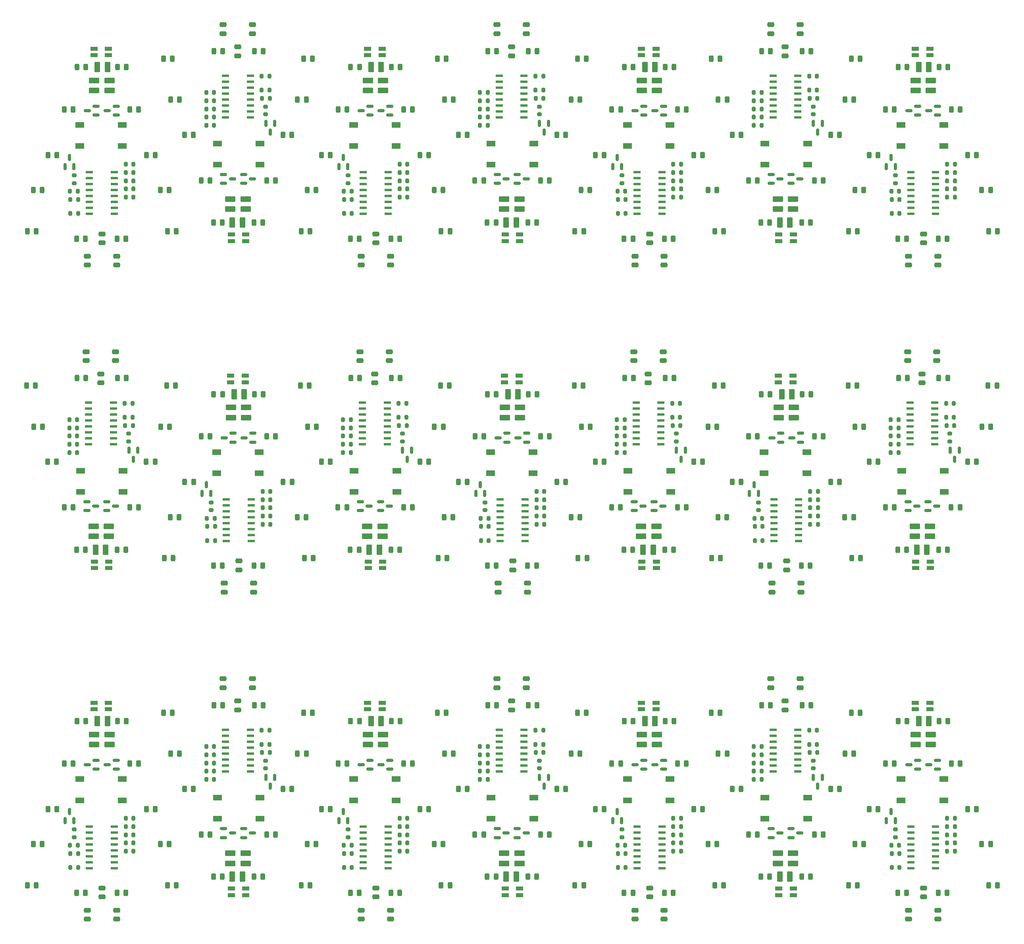
<source format=gtp>
G04 #@! TF.GenerationSoftware,KiCad,Pcbnew,(6.0.2)*
G04 #@! TF.CreationDate,2022-10-30T19:52:43+01:00*
G04 #@! TF.ProjectId,panel,70616e65-6c2e-46b6-9963-61645f706362,rev?*
G04 #@! TF.SameCoordinates,Original*
G04 #@! TF.FileFunction,Paste,Top*
G04 #@! TF.FilePolarity,Positive*
%FSLAX46Y46*%
G04 Gerber Fmt 4.6, Leading zero omitted, Abs format (unit mm)*
G04 Created by KiCad (PCBNEW (6.0.2)) date 2022-10-30 19:52:43*
%MOMM*%
%LPD*%
G01*
G04 APERTURE LIST*
G04 Aperture macros list*
%AMRoundRect*
0 Rectangle with rounded corners*
0 $1 Rounding radius*
0 $2 $3 $4 $5 $6 $7 $8 $9 X,Y pos of 4 corners*
0 Add a 4 corners polygon primitive as box body*
4,1,4,$2,$3,$4,$5,$6,$7,$8,$9,$2,$3,0*
0 Add four circle primitives for the rounded corners*
1,1,$1+$1,$2,$3*
1,1,$1+$1,$4,$5*
1,1,$1+$1,$6,$7*
1,1,$1+$1,$8,$9*
0 Add four rect primitives between the rounded corners*
20,1,$1+$1,$2,$3,$4,$5,0*
20,1,$1+$1,$4,$5,$6,$7,0*
20,1,$1+$1,$6,$7,$8,$9,0*
20,1,$1+$1,$8,$9,$2,$3,0*%
G04 Aperture macros list end*
%ADD10RoundRect,0.243750X-0.243750X-0.456250X0.243750X-0.456250X0.243750X0.456250X-0.243750X0.456250X0*%
%ADD11R,1.500000X0.900000*%
%ADD12RoundRect,0.200000X0.200000X0.275000X-0.200000X0.275000X-0.200000X-0.275000X0.200000X-0.275000X0*%
%ADD13RoundRect,0.243750X0.243750X0.456250X-0.243750X0.456250X-0.243750X-0.456250X0.243750X-0.456250X0*%
%ADD14RoundRect,0.200000X-0.200000X-0.275000X0.200000X-0.275000X0.200000X0.275000X-0.200000X0.275000X0*%
%ADD15R,1.900000X1.300000*%
%ADD16RoundRect,0.250000X-0.475000X0.250000X-0.475000X-0.250000X0.475000X-0.250000X0.475000X0.250000X0*%
%ADD17RoundRect,0.150000X0.587500X0.150000X-0.587500X0.150000X-0.587500X-0.150000X0.587500X-0.150000X0*%
%ADD18RoundRect,0.250000X0.475000X-0.250000X0.475000X0.250000X-0.475000X0.250000X-0.475000X-0.250000X0*%
%ADD19RoundRect,0.150000X-0.587500X-0.150000X0.587500X-0.150000X0.587500X0.150000X-0.587500X0.150000X0*%
%ADD20RoundRect,0.250000X-0.850000X0.375000X-0.850000X-0.375000X0.850000X-0.375000X0.850000X0.375000X0*%
%ADD21RoundRect,0.250000X0.375000X0.850000X-0.375000X0.850000X-0.375000X-0.850000X0.375000X-0.850000X0*%
%ADD22RoundRect,0.200000X0.275000X-0.200000X0.275000X0.200000X-0.275000X0.200000X-0.275000X-0.200000X0*%
%ADD23RoundRect,0.150000X-0.150000X0.587500X-0.150000X-0.587500X0.150000X-0.587500X0.150000X0.587500X0*%
%ADD24RoundRect,0.200000X-0.275000X0.200000X-0.275000X-0.200000X0.275000X-0.200000X0.275000X0.200000X0*%
%ADD25RoundRect,0.250000X0.850000X-0.375000X0.850000X0.375000X-0.850000X0.375000X-0.850000X-0.375000X0*%
%ADD26RoundRect,0.150000X0.150000X-0.587500X0.150000X0.587500X-0.150000X0.587500X-0.150000X-0.587500X0*%
%ADD27RoundRect,0.137500X0.662500X0.137500X-0.662500X0.137500X-0.662500X-0.137500X0.662500X-0.137500X0*%
%ADD28RoundRect,0.137500X-0.662500X-0.137500X0.662500X-0.137500X0.662500X0.137500X-0.662500X0.137500X0*%
%ADD29RoundRect,0.250000X-0.375000X-0.850000X0.375000X-0.850000X0.375000X0.850000X-0.375000X0.850000X0*%
G04 APERTURE END LIST*
D10*
X26156800Y-101807400D03*
X28031800Y-101807400D03*
D11*
X69696400Y-101082200D03*
X69696400Y-99682200D03*
X72796400Y-101082200D03*
X72796400Y-99682200D03*
D12*
X136549600Y-129632200D03*
X134899600Y-129632200D03*
D13*
X56544800Y-199695400D03*
X54669800Y-199695400D03*
D14*
X210679400Y-204695400D03*
X212329400Y-204695400D03*
D12*
X107210000Y-110307400D03*
X105560000Y-110307400D03*
D11*
X131311600Y-209170600D03*
X131311600Y-210570600D03*
X128211600Y-209170600D03*
X128211600Y-210570600D03*
D10*
X124386600Y-206620600D03*
X126261600Y-206620600D03*
X147463200Y-118057400D03*
X149338200Y-118057400D03*
D14*
X152063200Y-116057400D03*
X153713200Y-116057400D03*
D15*
X154287200Y-190306400D03*
X163387200Y-190306400D03*
X154287200Y-185806400D03*
X163387200Y-185806400D03*
D16*
X214304400Y-213795400D03*
X214304400Y-215695400D03*
D17*
X103635500Y-183695400D03*
X103635500Y-181795400D03*
X101760500Y-182745400D03*
D14*
X35469800Y-201695400D03*
X37119800Y-201695400D03*
D18*
X41956800Y-101207400D03*
X41956800Y-99307400D03*
D10*
X202816900Y-199695400D03*
X204691900Y-199695400D03*
D14*
X64596400Y-130132200D03*
X66246400Y-130132200D03*
X210679400Y-65069000D03*
X212329400Y-65069000D03*
D12*
X194952800Y-131382200D03*
X193302800Y-131382200D03*
D10*
X212004400Y-70430000D03*
X213879400Y-70430000D03*
D18*
X68058400Y-26644200D03*
X68058400Y-24744200D03*
D14*
X152276200Y-65069000D03*
X153926200Y-65069000D03*
D13*
X76621400Y-103632200D03*
X74746400Y-103632200D03*
D12*
X165751200Y-197695400D03*
X164101200Y-197695400D03*
D13*
X56544800Y-60069000D03*
X54669800Y-60069000D03*
D19*
X130824100Y-196370600D03*
X130824100Y-198270600D03*
X132699100Y-197320600D03*
D10*
X95260500Y-33819000D03*
X97135500Y-33819000D03*
D13*
X196039800Y-197620600D03*
X194164800Y-197620600D03*
D14*
X93873000Y-65069000D03*
X95523000Y-65069000D03*
X181264800Y-42744200D03*
X182914800Y-42744200D03*
D13*
X134949100Y-206620600D03*
X133074100Y-206620600D03*
D12*
X107135000Y-105557400D03*
X105485000Y-105557400D03*
D18*
X71158400Y-31394200D03*
X71158400Y-29494200D03*
D14*
X152201200Y-60319000D03*
X153851200Y-60319000D03*
D20*
X215616400Y-131807400D03*
X215616400Y-133957400D03*
D16*
X100648000Y-209045400D03*
X100648000Y-210945400D03*
D21*
X188989800Y-206620600D03*
X186839800Y-206620600D03*
D22*
X77108400Y-43894200D03*
X77108400Y-42244200D03*
D13*
X222504400Y-210056400D03*
X220629400Y-210056400D03*
D16*
X220554400Y-74169000D03*
X220554400Y-76069000D03*
D12*
X136336600Y-35744200D03*
X134686600Y-35744200D03*
D23*
X137461600Y-45806700D03*
X135561600Y-45806700D03*
X136511600Y-47681700D03*
D12*
X107348000Y-195945400D03*
X105698000Y-195945400D03*
D10*
X172164800Y-31994200D03*
X174039800Y-31994200D03*
D14*
X64458400Y-44494200D03*
X66108400Y-44494200D03*
D13*
X174713200Y-101807400D03*
X172838200Y-101807400D03*
D10*
X30656800Y-118057400D03*
X32531800Y-118057400D03*
X201504400Y-208445400D03*
X203379400Y-208445400D03*
D17*
X162038700Y-44069000D03*
X162038700Y-42169000D03*
X160163700Y-43119000D03*
D21*
X188989800Y-66994200D03*
X186839800Y-66994200D03*
D13*
X141149600Y-122382200D03*
X139274600Y-122382200D03*
D24*
X211504400Y-196545400D03*
X211504400Y-198195400D03*
D13*
X193352300Y-206620600D03*
X191477300Y-206620600D03*
D10*
X150976200Y-182445400D03*
X152851200Y-182445400D03*
D12*
X165751200Y-201195400D03*
X164101200Y-201195400D03*
X48944800Y-54569000D03*
X47294800Y-54569000D03*
D10*
X65983400Y-206620600D03*
X67858400Y-206620600D03*
X36857300Y-173445400D03*
X38732300Y-173445400D03*
D13*
X134949100Y-66994200D03*
X133074100Y-66994200D03*
D25*
X160601200Y-38819000D03*
X160601200Y-36669000D03*
D16*
X45344800Y-213795400D03*
X45344800Y-215695400D03*
D18*
X158763200Y-101207400D03*
X158763200Y-99307400D03*
D20*
X72858400Y-201620600D03*
X72858400Y-203770600D03*
D15*
X125225600Y-50133200D03*
X134325600Y-50133200D03*
X134325600Y-54633200D03*
X125225600Y-54633200D03*
D13*
X233254400Y-208445400D03*
X231379400Y-208445400D03*
D14*
X210679400Y-62069000D03*
X212329400Y-62069000D03*
D19*
X214178900Y-126557400D03*
X214178900Y-128457400D03*
X216053900Y-127507400D03*
D26*
X209554400Y-55006500D03*
X211454400Y-55006500D03*
X210504400Y-53131500D03*
D15*
X66822400Y-50133200D03*
X75922400Y-50133200D03*
X66822400Y-54633200D03*
X75922400Y-54633200D03*
D21*
X42981800Y-136807400D03*
X40831800Y-136807400D03*
D12*
X165751200Y-56319000D03*
X164101200Y-56319000D03*
D10*
X212116400Y-100196400D03*
X213991400Y-100196400D03*
X172164800Y-171620600D03*
X174039800Y-171620600D03*
D14*
X210466400Y-110807400D03*
X212116400Y-110807400D03*
D17*
X99385500Y-183695400D03*
X99385500Y-181795400D03*
X97510500Y-182745400D03*
D10*
X89073000Y-192195400D03*
X90948000Y-192195400D03*
D25*
X72996400Y-108632200D03*
X72996400Y-106482200D03*
D14*
X181264800Y-46244200D03*
X182914800Y-46244200D03*
D16*
X45344800Y-74169000D03*
X45344800Y-76069000D03*
D18*
X129561600Y-171020600D03*
X129561600Y-169120600D03*
D20*
X189664800Y-61994200D03*
X189664800Y-64144200D03*
D13*
X166851200Y-182445400D03*
X164976200Y-182445400D03*
D10*
X153663700Y-173445400D03*
X155538700Y-173445400D03*
D13*
X108448000Y-42819000D03*
X106573000Y-42819000D03*
D24*
X182302800Y-126732200D03*
X182302800Y-128382200D03*
D18*
X161913200Y-96457400D03*
X161913200Y-94557400D03*
D19*
X126574100Y-196370600D03*
X126574100Y-198270600D03*
X128449100Y-197320600D03*
D10*
X144413700Y-199695400D03*
X146288700Y-199695400D03*
D27*
X132261600Y-44539200D03*
X132261600Y-43269200D03*
X132261600Y-41999200D03*
X132261600Y-40729200D03*
X132261600Y-39459200D03*
X132261600Y-38189200D03*
X132261600Y-36919200D03*
X132261600Y-35649200D03*
X126961600Y-35649200D03*
X126961600Y-36919200D03*
X126961600Y-38189200D03*
X126961600Y-39459200D03*
X126961600Y-40729200D03*
X126961600Y-41999200D03*
X126961600Y-43269200D03*
X126961600Y-44539200D03*
D10*
X95310000Y-100196400D03*
X97185000Y-100196400D03*
D12*
X136549600Y-126132200D03*
X134899600Y-126132200D03*
D10*
X153663700Y-33819000D03*
X155538700Y-33819000D03*
X27607300Y-60069000D03*
X29482300Y-60069000D03*
D14*
X93798000Y-199945400D03*
X95448000Y-199945400D03*
D13*
X105698000Y-210056400D03*
X103823000Y-210056400D03*
D10*
X115261600Y-180370600D03*
X117136600Y-180370600D03*
D25*
X98948000Y-178445400D03*
X98948000Y-176295400D03*
D12*
X77933400Y-178370600D03*
X76283400Y-178370600D03*
D11*
X98898000Y-170895400D03*
X98898000Y-169495400D03*
X101998000Y-170895400D03*
X101998000Y-169495400D03*
D12*
X165538200Y-108557400D03*
X163888200Y-108557400D03*
D11*
X72908400Y-69544200D03*
X72908400Y-70944200D03*
X69808400Y-69544200D03*
X69808400Y-70944200D03*
D16*
X74546400Y-143982200D03*
X74546400Y-145882200D03*
D14*
X64671400Y-131882200D03*
X66321400Y-131882200D03*
D18*
X217166400Y-101207400D03*
X217166400Y-99307400D03*
D10*
X173664800Y-180370600D03*
X175539800Y-180370600D03*
D17*
X220441900Y-44069000D03*
X220441900Y-42169000D03*
X218566900Y-43119000D03*
D13*
X114997500Y-110557400D03*
X113122500Y-110557400D03*
D10*
X176664800Y-48244200D03*
X178539800Y-48244200D03*
X89060000Y-118057400D03*
X90935000Y-118057400D03*
D15*
X163387200Y-50680000D03*
X154287200Y-50680000D03*
X163387200Y-46180000D03*
X154287200Y-46180000D03*
D25*
X43794800Y-38819000D03*
X43794800Y-36669000D03*
D14*
X93660000Y-114307400D03*
X95310000Y-114307400D03*
D13*
X193414800Y-30383200D03*
X191539800Y-30383200D03*
X76545900Y-206620600D03*
X74670900Y-206620600D03*
D20*
X128011600Y-201620600D03*
X128011600Y-203770600D03*
D13*
X47419800Y-33819000D03*
X45544800Y-33819000D03*
D20*
X69608400Y-201620600D03*
X69608400Y-203770600D03*
D12*
X48944800Y-195945400D03*
X47294800Y-195945400D03*
D14*
X122861600Y-40994200D03*
X124511600Y-40994200D03*
D13*
X164226200Y-173445400D03*
X162351200Y-173445400D03*
X47294800Y-210056400D03*
X45419800Y-210056400D03*
D12*
X107348000Y-56319000D03*
X105698000Y-56319000D03*
X224154400Y-59819000D03*
X222504400Y-59819000D03*
D25*
X219004400Y-38819000D03*
X219004400Y-36669000D03*
D17*
X40982300Y-44069000D03*
X40982300Y-42169000D03*
X39107300Y-43119000D03*
D26*
X151151200Y-55006500D03*
X153051200Y-55006500D03*
X152101200Y-53131500D03*
D13*
X105823000Y-173445400D03*
X103948000Y-173445400D03*
D10*
X202866400Y-110557400D03*
X204741400Y-110557400D03*
D13*
X85795900Y-180370600D03*
X83920900Y-180370600D03*
D10*
X63358400Y-57994200D03*
X65233400Y-57994200D03*
D12*
X194739800Y-178370600D03*
X193089800Y-178370600D03*
X165751200Y-58069000D03*
X164101200Y-58069000D03*
D10*
X182789800Y-206620600D03*
X184664800Y-206620600D03*
X36794800Y-210056400D03*
X38669800Y-210056400D03*
D12*
X224154400Y-195945400D03*
X222504400Y-195945400D03*
D11*
X160513200Y-139357400D03*
X160513200Y-140757400D03*
X157413200Y-139357400D03*
X157413200Y-140757400D03*
D10*
X176677800Y-122382200D03*
X178552800Y-122382200D03*
X209379400Y-42819000D03*
X211254400Y-42819000D03*
X212066900Y-173445400D03*
X213941900Y-173445400D03*
D13*
X85795900Y-40744200D03*
X83920900Y-40744200D03*
D12*
X224016400Y-110307400D03*
X222366400Y-110307400D03*
D20*
X186414800Y-61994200D03*
X186414800Y-64144200D03*
D16*
X97498000Y-74169000D03*
X97498000Y-76069000D03*
D12*
X136549600Y-127882200D03*
X134899600Y-127882200D03*
D13*
X87108400Y-31994200D03*
X85233400Y-31994200D03*
D21*
X101385000Y-136807400D03*
X99235000Y-136807400D03*
D16*
X97498000Y-213795400D03*
X97498000Y-215695400D03*
D21*
X130586600Y-66994200D03*
X128436600Y-66994200D03*
D10*
X153588200Y-136807400D03*
X155463200Y-136807400D03*
D13*
X203914800Y-171620600D03*
X202039800Y-171620600D03*
D10*
X66108400Y-30383200D03*
X67983400Y-30383200D03*
X201366400Y-101807400D03*
X203241400Y-101807400D03*
D16*
X185102800Y-143982200D03*
X185102800Y-145882200D03*
D28*
X39544800Y-195900400D03*
X39544800Y-197170400D03*
X39544800Y-198440400D03*
X39544800Y-199710400D03*
X39544800Y-200980400D03*
X39544800Y-202250400D03*
X39544800Y-203520400D03*
X39544800Y-204790400D03*
X44844800Y-204790400D03*
X44844800Y-203520400D03*
X44844800Y-202250400D03*
X44844800Y-200980400D03*
X44844800Y-199710400D03*
X44844800Y-198440400D03*
X44844800Y-197170400D03*
X44844800Y-195900400D03*
D18*
X38856800Y-96457400D03*
X38856800Y-94557400D03*
D20*
X131261600Y-201620600D03*
X131261600Y-203770600D03*
D13*
X170338200Y-118057400D03*
X168463200Y-118057400D03*
D29*
X41219800Y-33819000D03*
X43369800Y-33819000D03*
D27*
X73858400Y-184165600D03*
X73858400Y-182895600D03*
X73858400Y-181625600D03*
X73858400Y-180355600D03*
X73858400Y-179085600D03*
X73858400Y-177815600D03*
X73858400Y-176545600D03*
X73858400Y-175275600D03*
X68558400Y-175275600D03*
X68558400Y-176545600D03*
X68558400Y-177815600D03*
X68558400Y-179085600D03*
X68558400Y-180355600D03*
X68558400Y-181625600D03*
X68558400Y-182895600D03*
X68558400Y-184165600D03*
D17*
X186990300Y-113882200D03*
X186990300Y-111982200D03*
X185115300Y-112932200D03*
D12*
X78146400Y-127882200D03*
X76496400Y-127882200D03*
D22*
X164713200Y-113707400D03*
X164713200Y-112057400D03*
X135511600Y-43894200D03*
X135511600Y-42244200D03*
D13*
X225241400Y-127807400D03*
X223366400Y-127807400D03*
D12*
X165751200Y-54569000D03*
X164101200Y-54569000D03*
D10*
X144463200Y-110557400D03*
X146338200Y-110557400D03*
D17*
X45232300Y-44069000D03*
X45232300Y-42169000D03*
X43357300Y-43119000D03*
D12*
X107348000Y-54569000D03*
X105698000Y-54569000D03*
D17*
X216191900Y-183695400D03*
X216191900Y-181795400D03*
X214316900Y-182745400D03*
D10*
X150976200Y-42819000D03*
X152851200Y-42819000D03*
D23*
X108260000Y-115619900D03*
X106360000Y-115619900D03*
X107310000Y-117494900D03*
D18*
X132711600Y-26644200D03*
X132711600Y-24744200D03*
D25*
X186552800Y-108632200D03*
X186552800Y-106482200D03*
X102198000Y-38819000D03*
X102198000Y-36669000D03*
D10*
X121761600Y-197620600D03*
X123636600Y-197620600D03*
D22*
X77108400Y-183520600D03*
X77108400Y-181870600D03*
D13*
X135011600Y-170009600D03*
X133136600Y-170009600D03*
D18*
X191114800Y-26644200D03*
X191114800Y-24744200D03*
D10*
X84560000Y-101807400D03*
X86435000Y-101807400D03*
D25*
X215754400Y-38819000D03*
X215754400Y-36669000D03*
D10*
X143101200Y-68819000D03*
X144976200Y-68819000D03*
D14*
X35256800Y-110807400D03*
X36906800Y-110807400D03*
X122861600Y-46244200D03*
X124511600Y-46244200D03*
D17*
X99385500Y-44069000D03*
X99385500Y-42169000D03*
X97510500Y-43119000D03*
D27*
X190664800Y-184165600D03*
X190664800Y-182895600D03*
X190664800Y-181625600D03*
X190664800Y-180355600D03*
X190664800Y-179085600D03*
X190664800Y-177815600D03*
X190664800Y-176545600D03*
X190664800Y-175275600D03*
X185364800Y-175275600D03*
X185364800Y-176545600D03*
X185364800Y-177815600D03*
X185364800Y-179085600D03*
X185364800Y-180355600D03*
X185364800Y-181625600D03*
X185364800Y-182895600D03*
X185364800Y-184165600D03*
D13*
X144199100Y-180370600D03*
X142324100Y-180370600D03*
D12*
X194739800Y-38744200D03*
X193089800Y-38744200D03*
D21*
X72183400Y-206620600D03*
X70033400Y-206620600D03*
D11*
X157301200Y-170895400D03*
X157301200Y-169495400D03*
X160401200Y-170895400D03*
X160401200Y-169495400D03*
D12*
X48944800Y-201195400D03*
X47294800Y-201195400D03*
D13*
X164101200Y-210056400D03*
X162226200Y-210056400D03*
D14*
X93798000Y-60319000D03*
X95448000Y-60319000D03*
D10*
X172302800Y-138632200D03*
X174177800Y-138632200D03*
X113899600Y-138632200D03*
X115774600Y-138632200D03*
X205866400Y-118057400D03*
X207741400Y-118057400D03*
D13*
X233116400Y-101807400D03*
X231241400Y-101807400D03*
D12*
X78146400Y-126132200D03*
X76496400Y-126132200D03*
D10*
X173615300Y-129882200D03*
X175490300Y-129882200D03*
X36781800Y-136807400D03*
X38656800Y-136807400D03*
X55358400Y-31994200D03*
X57233400Y-31994200D03*
D16*
X220554400Y-213795400D03*
X220554400Y-215695400D03*
D25*
X98948000Y-38819000D03*
X98948000Y-36669000D03*
D29*
X99623000Y-33819000D03*
X101773000Y-33819000D03*
D13*
X114948000Y-60069000D03*
X113073000Y-60069000D03*
D14*
X93873000Y-62069000D03*
X95523000Y-62069000D03*
X93873000Y-204695400D03*
X95523000Y-204695400D03*
D13*
X135011600Y-30383200D03*
X133136600Y-30383200D03*
X145511600Y-31994200D03*
X143636600Y-31994200D03*
D20*
X43656800Y-131807400D03*
X43656800Y-133957400D03*
D17*
X132837100Y-113882200D03*
X132837100Y-111982200D03*
X130962100Y-112932200D03*
D12*
X48944800Y-56319000D03*
X47294800Y-56319000D03*
D19*
X184977300Y-196370600D03*
X184977300Y-198270600D03*
X186852300Y-197320600D03*
D15*
X192728800Y-189759600D03*
X183628800Y-189759600D03*
X192728800Y-194259600D03*
X183628800Y-194259600D03*
D12*
X194739800Y-175370600D03*
X193089800Y-175370600D03*
D22*
X106310000Y-113707400D03*
X106310000Y-112057400D03*
D15*
X183488800Y-120493200D03*
X192588800Y-120493200D03*
X192588800Y-115993200D03*
X183488800Y-115993200D03*
D27*
X190664800Y-44539200D03*
X190664800Y-43269200D03*
X190664800Y-41999200D03*
X190664800Y-40729200D03*
X190664800Y-39459200D03*
X190664800Y-38189200D03*
X190664800Y-36919200D03*
X190664800Y-35649200D03*
X185364800Y-35649200D03*
X185364800Y-36919200D03*
X185364800Y-38189200D03*
X185364800Y-39459200D03*
X185364800Y-40729200D03*
X185364800Y-41999200D03*
X185364800Y-43269200D03*
X185364800Y-44539200D03*
D12*
X78146400Y-129632200D03*
X76496400Y-129632200D03*
D17*
X220441900Y-183695400D03*
X220441900Y-181795400D03*
X218566900Y-182745400D03*
D26*
X151151200Y-194632900D03*
X153051200Y-194632900D03*
X152101200Y-192757900D03*
D10*
X86060000Y-110557400D03*
X87935000Y-110557400D03*
X180164800Y-57994200D03*
X182039800Y-57994200D03*
X34156800Y-127807400D03*
X36031800Y-127807400D03*
D12*
X224154400Y-54569000D03*
X222504400Y-54569000D03*
D10*
X182802800Y-140243200D03*
X184677800Y-140243200D03*
D20*
X157213200Y-131807400D03*
X157213200Y-133957400D03*
D13*
X145649600Y-138632200D03*
X143774600Y-138632200D03*
X116448000Y-68819000D03*
X114573000Y-68819000D03*
D26*
X63546400Y-124819700D03*
X65446400Y-124819700D03*
X64496400Y-122944700D03*
D10*
X143101200Y-208445400D03*
X144976200Y-208445400D03*
D12*
X136549600Y-124382200D03*
X134899600Y-124382200D03*
D10*
X147476200Y-192195400D03*
X149351200Y-192195400D03*
D26*
X92748000Y-55006500D03*
X94648000Y-55006500D03*
X93698000Y-53131500D03*
D10*
X30669800Y-52569000D03*
X32544800Y-52569000D03*
D20*
X189664800Y-201620600D03*
X189664800Y-203770600D03*
D16*
X155901200Y-213795400D03*
X155901200Y-215695400D03*
D10*
X65996400Y-140243200D03*
X67871400Y-140243200D03*
D24*
X123899600Y-126732200D03*
X123899600Y-128382200D03*
D16*
X217454400Y-209045400D03*
X217454400Y-210945400D03*
D28*
X156351200Y-195900400D03*
X156351200Y-197170400D03*
X156351200Y-198440400D03*
X156351200Y-199710400D03*
X156351200Y-200980400D03*
X156351200Y-202250400D03*
X156351200Y-203520400D03*
X156351200Y-204790400D03*
X161651200Y-204790400D03*
X161651200Y-203520400D03*
X161651200Y-202250400D03*
X161651200Y-200980400D03*
X161651200Y-199710400D03*
X161651200Y-198440400D03*
X161651200Y-197170400D03*
X161651200Y-195900400D03*
D14*
X152276200Y-201695400D03*
X153926200Y-201695400D03*
D18*
X74308400Y-166270600D03*
X74308400Y-164370600D03*
D13*
X203914800Y-31994200D03*
X202039800Y-31994200D03*
D20*
X102060000Y-131807400D03*
X102060000Y-133957400D03*
D14*
X93660000Y-116057400D03*
X95310000Y-116057400D03*
D18*
X45106800Y-96457400D03*
X45106800Y-94557400D03*
D13*
X79233400Y-57994200D03*
X77358400Y-57994200D03*
D10*
X59871400Y-122382200D03*
X61746400Y-122382200D03*
X27656800Y-110557400D03*
X29531800Y-110557400D03*
D17*
X74433900Y-113882200D03*
X74433900Y-111982200D03*
X72558900Y-112932200D03*
D10*
X56858400Y-40744200D03*
X58733400Y-40744200D03*
D12*
X194952800Y-124382200D03*
X193302800Y-124382200D03*
D19*
X189227300Y-56744200D03*
X189227300Y-58644200D03*
X191102300Y-57694200D03*
D14*
X64458400Y-182370600D03*
X66108400Y-182370600D03*
D10*
X209379400Y-182445400D03*
X211254400Y-182445400D03*
D18*
X132711600Y-166270600D03*
X132711600Y-164370600D03*
D14*
X35256800Y-112557400D03*
X36906800Y-112557400D03*
X181264800Y-39244200D03*
X182914800Y-39244200D03*
D11*
X102110000Y-139357400D03*
X102110000Y-140757400D03*
X99010000Y-139357400D03*
X99010000Y-140757400D03*
D12*
X194739800Y-35744200D03*
X193089800Y-35744200D03*
D13*
X50044800Y-182445400D03*
X48169800Y-182445400D03*
D18*
X97260000Y-96457400D03*
X97260000Y-94557400D03*
D12*
X107348000Y-201195400D03*
X105698000Y-201195400D03*
D29*
X187227800Y-103632200D03*
X189377800Y-103632200D03*
D12*
X224154400Y-197695400D03*
X222504400Y-197695400D03*
D13*
X111935000Y-118057400D03*
X110060000Y-118057400D03*
D22*
X223116400Y-113707400D03*
X223116400Y-112057400D03*
X135511600Y-183520600D03*
X135511600Y-181870600D03*
D16*
X100648000Y-69419000D03*
X100648000Y-71319000D03*
D19*
X126574100Y-56744200D03*
X126574100Y-58644200D03*
X128449100Y-57694200D03*
D12*
X107348000Y-194195400D03*
X105698000Y-194195400D03*
D29*
X158026200Y-33819000D03*
X160176200Y-33819000D03*
D11*
X128099600Y-101082200D03*
X128099600Y-99682200D03*
X131199600Y-101082200D03*
X131199600Y-99682200D03*
D16*
X103748000Y-213795400D03*
X103748000Y-215695400D03*
D14*
X93873000Y-201695400D03*
X95523000Y-201695400D03*
D17*
X45232300Y-183695400D03*
X45232300Y-181795400D03*
X43357300Y-182745400D03*
X157788700Y-183695400D03*
X157788700Y-181795400D03*
X155913700Y-182745400D03*
D13*
X193352300Y-66994200D03*
X191477300Y-66994200D03*
D20*
X131261600Y-61994200D03*
X131261600Y-64144200D03*
D13*
X114948000Y-199695400D03*
X113073000Y-199695400D03*
D10*
X59858400Y-187870600D03*
X61733400Y-187870600D03*
X55496400Y-138632200D03*
X57371400Y-138632200D03*
D21*
X159788200Y-136807400D03*
X157638200Y-136807400D03*
D13*
X116448000Y-208445400D03*
X114573000Y-208445400D03*
D11*
X189714800Y-209170600D03*
X189714800Y-210570600D03*
X186614800Y-209170600D03*
X186614800Y-210570600D03*
D10*
X180177800Y-112632200D03*
X182052800Y-112632200D03*
D13*
X222629400Y-33819000D03*
X220754400Y-33819000D03*
D11*
X43706800Y-139357400D03*
X43706800Y-140757400D03*
X40606800Y-139357400D03*
X40606800Y-140757400D03*
D19*
X68170900Y-56744200D03*
X68170900Y-58644200D03*
X70045900Y-57694200D03*
D13*
X228754400Y-52569000D03*
X226879400Y-52569000D03*
D15*
X221790400Y-190306400D03*
X212690400Y-190306400D03*
X221790400Y-185806400D03*
X212690400Y-185806400D03*
D14*
X64458400Y-39244200D03*
X66108400Y-39244200D03*
D25*
X131399600Y-108632200D03*
X131399600Y-106482200D03*
D20*
X98810000Y-131807400D03*
X98810000Y-133957400D03*
D27*
X132261600Y-184165600D03*
X132261600Y-182895600D03*
X132261600Y-181625600D03*
X132261600Y-180355600D03*
X132261600Y-179085600D03*
X132261600Y-177815600D03*
X132261600Y-176545600D03*
X132261600Y-175275600D03*
X126961600Y-175275600D03*
X126961600Y-176545600D03*
X126961600Y-177815600D03*
X126961600Y-179085600D03*
X126961600Y-180355600D03*
X126961600Y-181625600D03*
X126961600Y-182895600D03*
X126961600Y-184165600D03*
D18*
X191114800Y-166270600D03*
X191114800Y-164370600D03*
D19*
X68170900Y-196370600D03*
X68170900Y-198270600D03*
X70045900Y-197320600D03*
D13*
X193414800Y-170009600D03*
X191539800Y-170009600D03*
X199539800Y-48244200D03*
X197664800Y-48244200D03*
D25*
X215754400Y-178445400D03*
X215754400Y-176295400D03*
D12*
X107348000Y-61569000D03*
X105698000Y-61569000D03*
D15*
X75782400Y-120493200D03*
X66682400Y-120493200D03*
X66682400Y-115993200D03*
X75782400Y-115993200D03*
D10*
X113761600Y-171620600D03*
X115636600Y-171620600D03*
D14*
X122861600Y-180620600D03*
X124511600Y-180620600D03*
D12*
X136336600Y-175370600D03*
X134686600Y-175370600D03*
X165751200Y-195945400D03*
X164101200Y-195945400D03*
D16*
X162151200Y-213795400D03*
X162151200Y-215695400D03*
D10*
X124386600Y-66994200D03*
X126261600Y-66994200D03*
D13*
X222553900Y-136807400D03*
X220678900Y-136807400D03*
D18*
X155663200Y-96457400D03*
X155663200Y-94557400D03*
D16*
X126699600Y-143982200D03*
X126699600Y-145882200D03*
D24*
X211504400Y-56919000D03*
X211504400Y-58569000D03*
D17*
X128587100Y-113882200D03*
X128587100Y-111982200D03*
X126712100Y-112932200D03*
D11*
X215704400Y-31269000D03*
X215704400Y-29869000D03*
X218804400Y-31269000D03*
X218804400Y-29869000D03*
D10*
X113761600Y-31994200D03*
X115636600Y-31994200D03*
D12*
X194814800Y-40494200D03*
X193164800Y-40494200D03*
D13*
X170351200Y-192195400D03*
X168476200Y-192195400D03*
D29*
X99623000Y-173445400D03*
X101773000Y-173445400D03*
D10*
X66108400Y-170009600D03*
X67983400Y-170009600D03*
D28*
X68746400Y-126087200D03*
X68746400Y-127357200D03*
X68746400Y-128627200D03*
X68746400Y-129897200D03*
X68746400Y-131167200D03*
X68746400Y-132437200D03*
X68746400Y-133707200D03*
X68746400Y-134977200D03*
X74046400Y-134977200D03*
X74046400Y-133707200D03*
X74046400Y-132437200D03*
X74046400Y-131167200D03*
X74046400Y-129897200D03*
X74046400Y-128627200D03*
X74046400Y-127357200D03*
X74046400Y-126087200D03*
D10*
X201504400Y-68819000D03*
X203379400Y-68819000D03*
D12*
X48731800Y-105557400D03*
X47081800Y-105557400D03*
D29*
X70421400Y-103632200D03*
X72571400Y-103632200D03*
D20*
X128011600Y-61994200D03*
X128011600Y-64144200D03*
D13*
X199539800Y-187870600D03*
X197664800Y-187870600D03*
D12*
X223941400Y-105557400D03*
X222291400Y-105557400D03*
D13*
X58044800Y-208445400D03*
X56169800Y-208445400D03*
D24*
X94698000Y-196545400D03*
X94698000Y-198195400D03*
D13*
X56594300Y-110557400D03*
X54719300Y-110557400D03*
X173351200Y-60069000D03*
X171476200Y-60069000D03*
D28*
X214754400Y-56274000D03*
X214754400Y-57544000D03*
X214754400Y-58814000D03*
X214754400Y-60084000D03*
X214754400Y-61354000D03*
X214754400Y-62624000D03*
X214754400Y-63894000D03*
X214754400Y-65164000D03*
X220054400Y-65164000D03*
X220054400Y-63894000D03*
X220054400Y-62624000D03*
X220054400Y-61354000D03*
X220054400Y-60084000D03*
X220054400Y-58814000D03*
X220054400Y-57544000D03*
X220054400Y-56274000D03*
D25*
X160601200Y-178445400D03*
X160601200Y-176295400D03*
D26*
X34344800Y-55006500D03*
X36244800Y-55006500D03*
X35294800Y-53131500D03*
D15*
X37480800Y-50680000D03*
X46580800Y-50680000D03*
X37480800Y-46180000D03*
X46580800Y-46180000D03*
D14*
X122861600Y-42744200D03*
X124511600Y-42744200D03*
D16*
X129849600Y-139232200D03*
X129849600Y-141132200D03*
D24*
X94698000Y-56919000D03*
X94698000Y-58569000D03*
D19*
X72420900Y-56744200D03*
X72420900Y-58644200D03*
X74295900Y-57694200D03*
D29*
X41219800Y-173445400D03*
X43369800Y-173445400D03*
D10*
X36794800Y-70430000D03*
X38669800Y-70430000D03*
D14*
X152063200Y-109057400D03*
X153713200Y-109057400D03*
D11*
X40494800Y-31269000D03*
X40494800Y-29869000D03*
X43594800Y-31269000D03*
X43594800Y-29869000D03*
D14*
X210466400Y-116057400D03*
X212116400Y-116057400D03*
D13*
X202602300Y-180370600D03*
X200727300Y-180370600D03*
D14*
X35469800Y-204695400D03*
X37119800Y-204695400D03*
D13*
X164150700Y-136807400D03*
X162275700Y-136807400D03*
X82733400Y-187870600D03*
X80858400Y-187870600D03*
D18*
X126461600Y-26644200D03*
X126461600Y-24744200D03*
D25*
X40544800Y-38819000D03*
X40544800Y-36669000D03*
D10*
X27607300Y-199695400D03*
X29482300Y-199695400D03*
D11*
X189714800Y-69544200D03*
X189714800Y-70944200D03*
X186614800Y-69544200D03*
X186614800Y-70944200D03*
D13*
X76608400Y-170009600D03*
X74733400Y-170009600D03*
D12*
X165751200Y-199445400D03*
X164101200Y-199445400D03*
X78008400Y-180120600D03*
X76358400Y-180120600D03*
D13*
X87246400Y-138632200D03*
X85371400Y-138632200D03*
D12*
X165751200Y-59819000D03*
X164101200Y-59819000D03*
D13*
X82746400Y-122382200D03*
X80871400Y-122382200D03*
D14*
X35469800Y-62069000D03*
X37119800Y-62069000D03*
D12*
X48944800Y-58069000D03*
X47294800Y-58069000D03*
D14*
X210604400Y-199945400D03*
X212254400Y-199945400D03*
D10*
X95198000Y-210056400D03*
X97073000Y-210056400D03*
X182865300Y-103632200D03*
X184740300Y-103632200D03*
X209366400Y-127807400D03*
X211241400Y-127807400D03*
D14*
X152063200Y-114307400D03*
X153713200Y-114307400D03*
D10*
X150963200Y-127807400D03*
X152838200Y-127807400D03*
D14*
X35256800Y-109057400D03*
X36906800Y-109057400D03*
D15*
X163527200Y-119946400D03*
X154427200Y-119946400D03*
X154427200Y-124446400D03*
X163527200Y-124446400D03*
D12*
X165538200Y-105557400D03*
X163888200Y-105557400D03*
D18*
X187964800Y-31394200D03*
X187964800Y-29494200D03*
D14*
X64671400Y-134882200D03*
X66321400Y-134882200D03*
D16*
X188252800Y-139232200D03*
X188252800Y-141132200D03*
D12*
X136336600Y-38744200D03*
X134686600Y-38744200D03*
D13*
X105698000Y-70430000D03*
X103823000Y-70430000D03*
D25*
X128149600Y-108632200D03*
X128149600Y-106482200D03*
D14*
X122861600Y-44494200D03*
X124511600Y-44494200D03*
D13*
X108435000Y-127807400D03*
X106560000Y-127807400D03*
D14*
X64458400Y-42744200D03*
X66108400Y-42744200D03*
D10*
X86010500Y-60069000D03*
X87885500Y-60069000D03*
D25*
X189802800Y-108632200D03*
X189802800Y-106482200D03*
D10*
X182914800Y-30383200D03*
X184789800Y-30383200D03*
D29*
X216429400Y-173445400D03*
X218579400Y-173445400D03*
D10*
X153713200Y-100196400D03*
X155588200Y-100196400D03*
D13*
X47419800Y-173445400D03*
X45544800Y-173445400D03*
D10*
X92573000Y-182445400D03*
X94448000Y-182445400D03*
X115212100Y-129882200D03*
X117087100Y-129882200D03*
D13*
X137636600Y-57994200D03*
X135761600Y-57994200D03*
D10*
X26294800Y-68819000D03*
X28169800Y-68819000D03*
D21*
X130586600Y-206620600D03*
X128436600Y-206620600D03*
D15*
X104984000Y-190306400D03*
X95884000Y-190306400D03*
X95884000Y-185806400D03*
X104984000Y-185806400D03*
D10*
X63371400Y-112632200D03*
X65246400Y-112632200D03*
D11*
X186502800Y-101082200D03*
X186502800Y-99682200D03*
X189602800Y-101082200D03*
X189602800Y-99682200D03*
D10*
X211991400Y-136807400D03*
X213866400Y-136807400D03*
D13*
X222616400Y-100196400D03*
X220741400Y-100196400D03*
D18*
X68058400Y-166270600D03*
X68058400Y-164370600D03*
D20*
X72858400Y-61994200D03*
X72858400Y-64144200D03*
D12*
X48944800Y-194195400D03*
X47294800Y-194195400D03*
D21*
X218191400Y-136807400D03*
X216041400Y-136807400D03*
D13*
X174851200Y-208445400D03*
X172976200Y-208445400D03*
D10*
X173664800Y-40744200D03*
X175539800Y-40744200D03*
X118261600Y-48244200D03*
X120136600Y-48244200D03*
X121761600Y-57994200D03*
X123636600Y-57994200D03*
D24*
X36294800Y-56919000D03*
X36294800Y-58569000D03*
D15*
X221930400Y-119946400D03*
X212830400Y-119946400D03*
X221930400Y-124446400D03*
X212830400Y-124446400D03*
D17*
X162038700Y-183695400D03*
X162038700Y-181795400D03*
X160163700Y-182745400D03*
D14*
X64458400Y-40994200D03*
X66108400Y-40994200D03*
X122861600Y-39244200D03*
X124511600Y-39244200D03*
D15*
X96024000Y-119946400D03*
X105124000Y-119946400D03*
X96024000Y-124446400D03*
X105124000Y-124446400D03*
D12*
X107348000Y-59819000D03*
X105698000Y-59819000D03*
D10*
X205879400Y-192195400D03*
X207754400Y-192195400D03*
D13*
X137649600Y-112632200D03*
X135774600Y-112632200D03*
D10*
X182789800Y-66994200D03*
X184664800Y-66994200D03*
X55358400Y-171620600D03*
X57233400Y-171620600D03*
D15*
X212690400Y-50680000D03*
X221790400Y-50680000D03*
X221790400Y-46180000D03*
X212690400Y-46180000D03*
D19*
X160025700Y-126557400D03*
X160025700Y-128457400D03*
X161900700Y-127507400D03*
D16*
X68296400Y-143982200D03*
X68296400Y-145882200D03*
D12*
X48944800Y-197695400D03*
X47294800Y-197695400D03*
D10*
X118274600Y-122382200D03*
X120149600Y-122382200D03*
D13*
X105823000Y-33819000D03*
X103948000Y-33819000D03*
D14*
X210466400Y-112557400D03*
X212116400Y-112557400D03*
D22*
X47906800Y-113707400D03*
X47906800Y-112057400D03*
D13*
X228741400Y-118057400D03*
X226866400Y-118057400D03*
D25*
X219004400Y-178445400D03*
X219004400Y-176295400D03*
D14*
X210679400Y-201695400D03*
X212329400Y-201695400D03*
D24*
X65496400Y-126732200D03*
X65496400Y-128382200D03*
D13*
X47294800Y-70430000D03*
X45419800Y-70430000D03*
D10*
X124511600Y-170009600D03*
X126386600Y-170009600D03*
D18*
X74308400Y-26644200D03*
X74308400Y-24744200D03*
D19*
X184977300Y-56744200D03*
X184977300Y-58644200D03*
X186852300Y-57694200D03*
D10*
X124399600Y-140243200D03*
X126274600Y-140243200D03*
D23*
X79058400Y-185433100D03*
X77158400Y-185433100D03*
X78108400Y-187308100D03*
D10*
X84698000Y-68819000D03*
X86573000Y-68819000D03*
X176664800Y-187870600D03*
X178539800Y-187870600D03*
X180164800Y-197620600D03*
X182039800Y-197620600D03*
D18*
X129561600Y-31394200D03*
X129561600Y-29494200D03*
D10*
X95198000Y-70430000D03*
X97073000Y-70430000D03*
D15*
X134325600Y-189759600D03*
X125225600Y-189759600D03*
X125225600Y-194259600D03*
X134325600Y-194259600D03*
D13*
X141136600Y-187870600D03*
X139261600Y-187870600D03*
X57906800Y-101807400D03*
X56031800Y-101807400D03*
D12*
X194952800Y-129632200D03*
X193302800Y-129632200D03*
D14*
X152276200Y-62069000D03*
X153926200Y-62069000D03*
D12*
X136549600Y-131382200D03*
X134899600Y-131382200D03*
X78008400Y-40494200D03*
X76358400Y-40494200D03*
D14*
X181264800Y-178870600D03*
X182914800Y-178870600D03*
D13*
X87108400Y-171620600D03*
X85233400Y-171620600D03*
D14*
X35256800Y-116057400D03*
X36906800Y-116057400D03*
D29*
X158026200Y-173445400D03*
X160176200Y-173445400D03*
D10*
X124462100Y-103632200D03*
X126337100Y-103632200D03*
X34169800Y-182445400D03*
X36044800Y-182445400D03*
X34169800Y-42819000D03*
X36044800Y-42819000D03*
D16*
X217454400Y-69419000D03*
X217454400Y-71319000D03*
D15*
X134185600Y-120493200D03*
X125085600Y-120493200D03*
X125085600Y-115993200D03*
X134185600Y-115993200D03*
D16*
X155901200Y-74169000D03*
X155901200Y-76069000D03*
D14*
X152063200Y-110807400D03*
X153713200Y-110807400D03*
D13*
X231754400Y-60069000D03*
X229879400Y-60069000D03*
D14*
X64458400Y-184120600D03*
X66108400Y-184120600D03*
D28*
X39544800Y-56274000D03*
X39544800Y-57544000D03*
X39544800Y-58814000D03*
X39544800Y-60084000D03*
X39544800Y-61354000D03*
X39544800Y-62624000D03*
X39544800Y-63894000D03*
X39544800Y-65164000D03*
X44844800Y-65164000D03*
X44844800Y-63894000D03*
X44844800Y-62624000D03*
X44844800Y-61354000D03*
X44844800Y-60084000D03*
X44844800Y-58814000D03*
X44844800Y-57544000D03*
X44844800Y-56274000D03*
D13*
X105747500Y-136807400D03*
X103872500Y-136807400D03*
D18*
X103510000Y-96457400D03*
X103510000Y-94557400D03*
D15*
X183628800Y-50133200D03*
X192728800Y-50133200D03*
X183628800Y-54633200D03*
X192728800Y-54633200D03*
D22*
X193914800Y-43894200D03*
X193914800Y-42244200D03*
D13*
X50031800Y-127807400D03*
X48156800Y-127807400D03*
X166838200Y-127807400D03*
X164963200Y-127807400D03*
D17*
X40982300Y-183695400D03*
X40982300Y-181795400D03*
X39107300Y-182745400D03*
D12*
X48731800Y-108557400D03*
X47081800Y-108557400D03*
D14*
X122861600Y-185870600D03*
X124511600Y-185870600D03*
D12*
X48806800Y-110307400D03*
X47156800Y-110307400D03*
D16*
X214304400Y-74169000D03*
X214304400Y-76069000D03*
D24*
X153101200Y-56919000D03*
X153101200Y-58569000D03*
D10*
X147476200Y-52569000D03*
X149351200Y-52569000D03*
D13*
X231803900Y-110557400D03*
X229928900Y-110557400D03*
D14*
X210604400Y-60319000D03*
X212254400Y-60319000D03*
D10*
X124511600Y-30383200D03*
X126386600Y-30383200D03*
X205879400Y-52569000D03*
X207754400Y-52569000D03*
D23*
X195864800Y-185433100D03*
X193964800Y-185433100D03*
X194914800Y-187308100D03*
D27*
X103060000Y-114352400D03*
X103060000Y-113082400D03*
X103060000Y-111812400D03*
X103060000Y-110542400D03*
X103060000Y-109272400D03*
X103060000Y-108002400D03*
X103060000Y-106732400D03*
X103060000Y-105462400D03*
X97760000Y-105462400D03*
X97760000Y-106732400D03*
X97760000Y-108002400D03*
X97760000Y-109272400D03*
X97760000Y-110542400D03*
X97760000Y-111812400D03*
X97760000Y-113082400D03*
X97760000Y-114352400D03*
D14*
X64458400Y-185870600D03*
X66108400Y-185870600D03*
D12*
X194814800Y-180120600D03*
X193164800Y-180120600D03*
X194952800Y-127882200D03*
X193302800Y-127882200D03*
D28*
X97948000Y-195900400D03*
X97948000Y-197170400D03*
X97948000Y-198440400D03*
X97948000Y-199710400D03*
X97948000Y-200980400D03*
X97948000Y-202250400D03*
X97948000Y-203520400D03*
X97948000Y-204790400D03*
X103248000Y-204790400D03*
X103248000Y-203520400D03*
X103248000Y-202250400D03*
X103248000Y-200980400D03*
X103248000Y-199710400D03*
X103248000Y-198440400D03*
X103248000Y-197170400D03*
X103248000Y-195900400D03*
D13*
X105810000Y-100196400D03*
X103935000Y-100196400D03*
D14*
X35256800Y-114307400D03*
X36906800Y-114307400D03*
D26*
X180352800Y-124819700D03*
X182252800Y-124819700D03*
X181302800Y-122944700D03*
D11*
X131311600Y-69544200D03*
X131311600Y-70944200D03*
X128211600Y-69544200D03*
X128211600Y-70944200D03*
D10*
X89073000Y-52569000D03*
X90948000Y-52569000D03*
D19*
X43219300Y-126557400D03*
X43219300Y-128457400D03*
X45094300Y-127507400D03*
D10*
X63358400Y-197620600D03*
X65233400Y-197620600D03*
D29*
X216429400Y-33819000D03*
X218579400Y-33819000D03*
D14*
X35469800Y-65069000D03*
X37119800Y-65069000D03*
D17*
X157788700Y-44069000D03*
X157788700Y-42169000D03*
X155913700Y-43119000D03*
D11*
X98898000Y-31269000D03*
X98898000Y-29869000D03*
X101998000Y-31269000D03*
X101998000Y-29869000D03*
D15*
X37480800Y-190306400D03*
X46580800Y-190306400D03*
X46580800Y-185806400D03*
X37480800Y-185806400D03*
D18*
X187964800Y-171020600D03*
X187964800Y-169120600D03*
D26*
X121949600Y-124819700D03*
X123849600Y-124819700D03*
X122899600Y-122944700D03*
D23*
X225066400Y-115619900D03*
X223166400Y-115619900D03*
X224116400Y-117494900D03*
D29*
X128824600Y-103632200D03*
X130974600Y-103632200D03*
D24*
X153101200Y-196545400D03*
X153101200Y-198195400D03*
D12*
X224154400Y-201195400D03*
X222504400Y-201195400D03*
D28*
X156351200Y-56274000D03*
X156351200Y-57544000D03*
X156351200Y-58814000D03*
X156351200Y-60084000D03*
X156351200Y-61354000D03*
X156351200Y-62624000D03*
X156351200Y-63894000D03*
X156351200Y-65164000D03*
X161651200Y-65164000D03*
X161651200Y-63894000D03*
X161651200Y-62624000D03*
X161651200Y-61354000D03*
X161651200Y-60084000D03*
X161651200Y-58814000D03*
X161651200Y-57544000D03*
X161651200Y-56274000D03*
D14*
X181264800Y-180620600D03*
X182914800Y-180620600D03*
D13*
X231754400Y-199695400D03*
X229879400Y-199695400D03*
D16*
X191352800Y-143982200D03*
X191352800Y-145882200D03*
D18*
X71158400Y-171020600D03*
X71158400Y-169120600D03*
D10*
X142963200Y-101807400D03*
X144838200Y-101807400D03*
D19*
X218428900Y-126557400D03*
X218428900Y-128457400D03*
X220303900Y-127507400D03*
D18*
X220316400Y-96457400D03*
X220316400Y-94557400D03*
D25*
X102198000Y-178445400D03*
X102198000Y-176295400D03*
X157351200Y-38819000D03*
X157351200Y-36669000D03*
D12*
X165613200Y-110307400D03*
X163963200Y-110307400D03*
D16*
X39094800Y-74169000D03*
X39094800Y-76069000D03*
D12*
X165751200Y-194195400D03*
X164101200Y-194195400D03*
D13*
X53544800Y-192195400D03*
X51669800Y-192195400D03*
X196039800Y-57994200D03*
X194164800Y-57994200D03*
D16*
X39094800Y-213795400D03*
X39094800Y-215695400D03*
D13*
X173400700Y-110557400D03*
X171525700Y-110557400D03*
D28*
X185552800Y-126087200D03*
X185552800Y-127357200D03*
X185552800Y-128627200D03*
X185552800Y-129897200D03*
X185552800Y-131167200D03*
X185552800Y-132437200D03*
X185552800Y-133707200D03*
X185552800Y-134977200D03*
X190852800Y-134977200D03*
X190852800Y-133707200D03*
X190852800Y-132437200D03*
X190852800Y-131167200D03*
X190852800Y-129897200D03*
X190852800Y-128627200D03*
X190852800Y-127357200D03*
X190852800Y-126087200D03*
D20*
X186414800Y-201620600D03*
X186414800Y-203770600D03*
D13*
X79246400Y-112632200D03*
X77371400Y-112632200D03*
X193427800Y-103632200D03*
X191552800Y-103632200D03*
D14*
X181264800Y-182370600D03*
X182914800Y-182370600D03*
D16*
X42244800Y-209045400D03*
X42244800Y-210945400D03*
D10*
X118261600Y-187870600D03*
X120136600Y-187870600D03*
D13*
X164226200Y-33819000D03*
X162351200Y-33819000D03*
D10*
X202816900Y-60069000D03*
X204691900Y-60069000D03*
D18*
X126461600Y-166270600D03*
X126461600Y-164370600D03*
D13*
X50044800Y-42819000D03*
X48169800Y-42819000D03*
D26*
X34344800Y-194632900D03*
X36244800Y-194632900D03*
X35294800Y-192757900D03*
D10*
X86010500Y-199695400D03*
X87885500Y-199695400D03*
D25*
X43794800Y-178445400D03*
X43794800Y-176295400D03*
D16*
X71446400Y-139232200D03*
X71446400Y-141132200D03*
D13*
X111948000Y-192195400D03*
X110073000Y-192195400D03*
D25*
X69746400Y-108632200D03*
X69746400Y-106482200D03*
D19*
X130824100Y-56744200D03*
X130824100Y-58644200D03*
X132699100Y-57694200D03*
D13*
X108448000Y-182445400D03*
X106573000Y-182445400D03*
D22*
X193914800Y-183520600D03*
X193914800Y-181870600D03*
D12*
X224154400Y-61569000D03*
X222504400Y-61569000D03*
X224154400Y-194195400D03*
X222504400Y-194195400D03*
D13*
X53531800Y-118057400D03*
X51656800Y-118057400D03*
X170351200Y-52569000D03*
X168476200Y-52569000D03*
D18*
X214066400Y-96457400D03*
X214066400Y-94557400D03*
D10*
X153601200Y-210056400D03*
X155476200Y-210056400D03*
X66058900Y-103632200D03*
X67933900Y-103632200D03*
D20*
X218866400Y-131807400D03*
X218866400Y-133957400D03*
D12*
X165751200Y-61569000D03*
X164101200Y-61569000D03*
D10*
X26294800Y-208445400D03*
X28169800Y-208445400D03*
D12*
X77933400Y-35744200D03*
X76283400Y-35744200D03*
D19*
X101622500Y-126557400D03*
X101622500Y-128457400D03*
X103497500Y-127507400D03*
D13*
X145511600Y-171620600D03*
X143636600Y-171620600D03*
D28*
X97948000Y-56274000D03*
X97948000Y-57544000D03*
X97948000Y-58814000D03*
X97948000Y-60084000D03*
X97948000Y-61354000D03*
X97948000Y-62624000D03*
X97948000Y-63894000D03*
X97948000Y-65164000D03*
X103248000Y-65164000D03*
X103248000Y-63894000D03*
X103248000Y-62624000D03*
X103248000Y-61354000D03*
X103248000Y-60084000D03*
X103248000Y-58814000D03*
X103248000Y-57544000D03*
X103248000Y-56274000D03*
D13*
X199552800Y-122382200D03*
X197677800Y-122382200D03*
D14*
X181264800Y-44494200D03*
X182914800Y-44494200D03*
D18*
X100360000Y-101207400D03*
X100360000Y-99307400D03*
D14*
X64458400Y-46244200D03*
X66108400Y-46244200D03*
D10*
X144413700Y-60069000D03*
X146288700Y-60069000D03*
D13*
X164101200Y-70430000D03*
X162226200Y-70430000D03*
D14*
X152201200Y-199945400D03*
X153851200Y-199945400D03*
D25*
X40544800Y-178445400D03*
X40544800Y-176295400D03*
D10*
X212004400Y-210056400D03*
X213879400Y-210056400D03*
D19*
X38969300Y-126557400D03*
X38969300Y-128457400D03*
X40844300Y-127507400D03*
D13*
X76545900Y-66994200D03*
X74670900Y-66994200D03*
D14*
X35394800Y-60319000D03*
X37044800Y-60319000D03*
X123074600Y-131882200D03*
X124724600Y-131882200D03*
D15*
X46720800Y-119946400D03*
X37620800Y-119946400D03*
X37620800Y-124446400D03*
X46720800Y-124446400D03*
D10*
X56858400Y-180370600D03*
X58733400Y-180370600D03*
D13*
X82733400Y-48244200D03*
X80858400Y-48244200D03*
X233254400Y-68819000D03*
X231379400Y-68819000D03*
D15*
X66822400Y-189759600D03*
X75922400Y-189759600D03*
X75922400Y-194259600D03*
X66822400Y-194259600D03*
D13*
X47344300Y-136807400D03*
X45469300Y-136807400D03*
D14*
X93660000Y-112557400D03*
X95310000Y-112557400D03*
X35394800Y-199945400D03*
X37044800Y-199945400D03*
D23*
X79058400Y-45806700D03*
X77158400Y-45806700D03*
X78108400Y-47681700D03*
D10*
X115261600Y-40744200D03*
X117136600Y-40744200D03*
X95260500Y-173445400D03*
X97135500Y-173445400D03*
D27*
X219866400Y-114352400D03*
X219866400Y-113082400D03*
X219866400Y-111812400D03*
X219866400Y-110542400D03*
X219866400Y-109272400D03*
X219866400Y-108002400D03*
X219866400Y-106732400D03*
X219866400Y-105462400D03*
X214566400Y-105462400D03*
X214566400Y-106732400D03*
X214566400Y-108002400D03*
X214566400Y-109272400D03*
X214566400Y-110542400D03*
X214566400Y-111812400D03*
X214566400Y-113082400D03*
X214566400Y-114352400D03*
D13*
X47406800Y-100196400D03*
X45531800Y-100196400D03*
X141136600Y-48244200D03*
X139261600Y-48244200D03*
D16*
X159051200Y-209045400D03*
X159051200Y-210945400D03*
D14*
X123074600Y-134882200D03*
X124724600Y-134882200D03*
D13*
X222629400Y-173445400D03*
X220754400Y-173445400D03*
D11*
X40494800Y-170895400D03*
X40494800Y-169495400D03*
X43594800Y-170895400D03*
X43594800Y-169495400D03*
D13*
X202602300Y-40744200D03*
X200727300Y-40744200D03*
D10*
X95185000Y-136807400D03*
X97060000Y-136807400D03*
D21*
X72183400Y-66994200D03*
X70033400Y-66994200D03*
D13*
X116310000Y-101807400D03*
X114435000Y-101807400D03*
X134899600Y-140243200D03*
X133024600Y-140243200D03*
D12*
X48944800Y-199445400D03*
X47294800Y-199445400D03*
X107348000Y-197695400D03*
X105698000Y-197695400D03*
D13*
X193302800Y-140243200D03*
X191427800Y-140243200D03*
D10*
X65983400Y-66994200D03*
X67858400Y-66994200D03*
D14*
X181264800Y-185870600D03*
X182914800Y-185870600D03*
D13*
X53544800Y-52569000D03*
X51669800Y-52569000D03*
D14*
X181264800Y-40994200D03*
X182914800Y-40994200D03*
D12*
X77933400Y-38744200D03*
X76283400Y-38744200D03*
D13*
X164213200Y-100196400D03*
X162338200Y-100196400D03*
D14*
X210466400Y-109057400D03*
X212116400Y-109057400D03*
D13*
X166851200Y-42819000D03*
X164976200Y-42819000D03*
D12*
X77933400Y-175370600D03*
X76283400Y-175370600D03*
D13*
X111948000Y-52569000D03*
X110073000Y-52569000D03*
X174851200Y-68819000D03*
X172976200Y-68819000D03*
D12*
X224154400Y-56319000D03*
X222504400Y-56319000D03*
X107135000Y-108557400D03*
X105485000Y-108557400D03*
D19*
X189227300Y-196370600D03*
X189227300Y-198270600D03*
X191102300Y-197320600D03*
D11*
X72908400Y-209170600D03*
X72908400Y-210570600D03*
X69808400Y-209170600D03*
X69808400Y-210570600D03*
D13*
X135024600Y-103632200D03*
X133149600Y-103632200D03*
D27*
X73858400Y-44539200D03*
X73858400Y-43269200D03*
X73858400Y-41999200D03*
X73858400Y-40729200D03*
X73858400Y-39459200D03*
X73858400Y-38189200D03*
X73858400Y-36919200D03*
X73858400Y-35649200D03*
X68558400Y-35649200D03*
X68558400Y-36919200D03*
X68558400Y-38189200D03*
X68558400Y-39459200D03*
X68558400Y-40729200D03*
X68558400Y-41999200D03*
X68558400Y-43269200D03*
X68558400Y-44539200D03*
D13*
X76608400Y-30383200D03*
X74733400Y-30383200D03*
D18*
X184864800Y-26644200D03*
X184864800Y-24744200D03*
D10*
X36906800Y-100196400D03*
X38781800Y-100196400D03*
D17*
X216191900Y-44069000D03*
X216191900Y-42169000D03*
X214316900Y-43119000D03*
D13*
X137636600Y-197620600D03*
X135761600Y-197620600D03*
D14*
X122861600Y-184120600D03*
X124511600Y-184120600D03*
D13*
X228754400Y-192195400D03*
X226879400Y-192195400D03*
D12*
X78146400Y-124382200D03*
X76496400Y-124382200D03*
D10*
X30669800Y-192195400D03*
X32544800Y-192195400D03*
D14*
X181264800Y-184120600D03*
X182914800Y-184120600D03*
D13*
X202552800Y-129882200D03*
X200677800Y-129882200D03*
D12*
X136411600Y-40494200D03*
X134761600Y-40494200D03*
D20*
X160463200Y-131807400D03*
X160463200Y-133957400D03*
D19*
X72420900Y-196370600D03*
X72420900Y-198270600D03*
X74295900Y-197320600D03*
D14*
X181477800Y-134882200D03*
X183127800Y-134882200D03*
D24*
X36294800Y-196545400D03*
X36294800Y-198195400D03*
D13*
X144199100Y-40744200D03*
X142324100Y-40744200D03*
D27*
X44656800Y-114352400D03*
X44656800Y-113082400D03*
X44656800Y-111812400D03*
X44656800Y-110542400D03*
X44656800Y-109272400D03*
X44656800Y-108002400D03*
X44656800Y-106732400D03*
X44656800Y-105462400D03*
X39356800Y-105462400D03*
X39356800Y-106732400D03*
X39356800Y-108002400D03*
X39356800Y-109272400D03*
X39356800Y-110542400D03*
X39356800Y-111812400D03*
X39356800Y-113082400D03*
X39356800Y-114352400D03*
D12*
X107348000Y-199445400D03*
X105698000Y-199445400D03*
D11*
X157301200Y-31269000D03*
X157301200Y-29869000D03*
X160401200Y-31269000D03*
X160401200Y-29869000D03*
D13*
X85746400Y-129882200D03*
X83871400Y-129882200D03*
D16*
X159051200Y-69419000D03*
X159051200Y-71319000D03*
D14*
X210466400Y-114307400D03*
X212116400Y-114307400D03*
D12*
X78146400Y-131382200D03*
X76496400Y-131382200D03*
D19*
X155775700Y-126557400D03*
X155775700Y-128457400D03*
X157650700Y-127507400D03*
D12*
X48944800Y-61569000D03*
X47294800Y-61569000D03*
D17*
X103635500Y-44069000D03*
X103635500Y-42169000D03*
X101760500Y-43119000D03*
D14*
X64458400Y-178870600D03*
X66108400Y-178870600D03*
D23*
X49856800Y-115619900D03*
X47956800Y-115619900D03*
X48906800Y-117494900D03*
X137461600Y-185433100D03*
X135561600Y-185433100D03*
X136511600Y-187308100D03*
D14*
X93660000Y-110807400D03*
X95310000Y-110807400D03*
D13*
X76496400Y-140243200D03*
X74621400Y-140243200D03*
D28*
X214754400Y-195900400D03*
X214754400Y-197170400D03*
X214754400Y-198440400D03*
X214754400Y-199710400D03*
X214754400Y-200980400D03*
X214754400Y-202250400D03*
X214754400Y-203520400D03*
X214754400Y-204790400D03*
X220054400Y-204790400D03*
X220054400Y-203520400D03*
X220054400Y-202250400D03*
X220054400Y-200980400D03*
X220054400Y-199710400D03*
X220054400Y-198440400D03*
X220054400Y-197170400D03*
X220054400Y-195900400D03*
D19*
X97372500Y-126557400D03*
X97372500Y-128457400D03*
X99247500Y-127507400D03*
D16*
X103748000Y-74169000D03*
X103748000Y-76069000D03*
D10*
X36857300Y-33819000D03*
X38732300Y-33819000D03*
D12*
X194952800Y-126132200D03*
X193302800Y-126132200D03*
D18*
X184864800Y-166270600D03*
X184864800Y-164370600D03*
D13*
X225254400Y-182445400D03*
X223379400Y-182445400D03*
D17*
X191240300Y-113882200D03*
X191240300Y-111982200D03*
X189365300Y-112932200D03*
D14*
X93660000Y-109057400D03*
X95310000Y-109057400D03*
D23*
X166663200Y-115619900D03*
X164763200Y-115619900D03*
X165713200Y-117494900D03*
D28*
X127149600Y-126087200D03*
X127149600Y-127357200D03*
X127149600Y-128627200D03*
X127149600Y-129897200D03*
X127149600Y-131167200D03*
X127149600Y-132437200D03*
X127149600Y-133707200D03*
X127149600Y-134977200D03*
X132449600Y-134977200D03*
X132449600Y-133707200D03*
X132449600Y-132437200D03*
X132449600Y-131167200D03*
X132449600Y-129897200D03*
X132449600Y-128627200D03*
X132449600Y-127357200D03*
X132449600Y-126087200D03*
D12*
X136411600Y-180120600D03*
X134761600Y-180120600D03*
X107348000Y-58069000D03*
X105698000Y-58069000D03*
D13*
X173351200Y-199695400D03*
X171476200Y-199695400D03*
D10*
X59858400Y-48244200D03*
X61733400Y-48244200D03*
D14*
X181477800Y-131882200D03*
X183127800Y-131882200D03*
X181402800Y-130132200D03*
X183052800Y-130132200D03*
D12*
X223941400Y-108557400D03*
X222291400Y-108557400D03*
D25*
X157351200Y-178445400D03*
X157351200Y-176295400D03*
D20*
X69608400Y-61994200D03*
X69608400Y-64144200D03*
D12*
X224154400Y-58069000D03*
X222504400Y-58069000D03*
D11*
X215704400Y-170895400D03*
X215704400Y-169495400D03*
X218804400Y-170895400D03*
X218804400Y-169495400D03*
D10*
X56808900Y-129882200D03*
X58683900Y-129882200D03*
D13*
X144149600Y-129882200D03*
X142274600Y-129882200D03*
D10*
X212066900Y-33819000D03*
X213941900Y-33819000D03*
D14*
X64458400Y-180620600D03*
X66108400Y-180620600D03*
D23*
X195864800Y-45806700D03*
X193964800Y-45806700D03*
X194914800Y-47681700D03*
D13*
X222504400Y-70430000D03*
X220629400Y-70430000D03*
D10*
X121774600Y-112632200D03*
X123649600Y-112632200D03*
D11*
X218916400Y-139357400D03*
X218916400Y-140757400D03*
X215816400Y-139357400D03*
X215816400Y-140757400D03*
D10*
X92560000Y-127807400D03*
X94435000Y-127807400D03*
X182914800Y-170009600D03*
X184789800Y-170009600D03*
X92573000Y-42819000D03*
X94448000Y-42819000D03*
X84698000Y-208445400D03*
X86573000Y-208445400D03*
D26*
X209554400Y-194632900D03*
X211454400Y-194632900D03*
X210504400Y-192757900D03*
D10*
X153601200Y-70430000D03*
X155476200Y-70430000D03*
D12*
X136336600Y-178370600D03*
X134686600Y-178370600D03*
D16*
X162151200Y-74169000D03*
X162151200Y-76069000D03*
D13*
X204052800Y-138632200D03*
X202177800Y-138632200D03*
X196052800Y-112632200D03*
X194177800Y-112632200D03*
D14*
X152063200Y-112557400D03*
X153713200Y-112557400D03*
D13*
X79233400Y-197620600D03*
X77358400Y-197620600D03*
D14*
X152276200Y-204695400D03*
X153926200Y-204695400D03*
D17*
X70183900Y-113882200D03*
X70183900Y-111982200D03*
X68308900Y-112932200D03*
D16*
X42244800Y-69419000D03*
X42244800Y-71319000D03*
D12*
X224154400Y-199445400D03*
X222504400Y-199445400D03*
D14*
X122861600Y-178870600D03*
X124511600Y-178870600D03*
D13*
X225254400Y-42819000D03*
X223379400Y-42819000D03*
D15*
X104984000Y-50680000D03*
X95884000Y-50680000D03*
X95884000Y-46180000D03*
X104984000Y-46180000D03*
D26*
X92748000Y-194632900D03*
X94648000Y-194632900D03*
X93698000Y-192757900D03*
D13*
X58044800Y-68819000D03*
X56169800Y-68819000D03*
D12*
X48944800Y-59819000D03*
X47294800Y-59819000D03*
D27*
X161463200Y-114352400D03*
X161463200Y-113082400D03*
X161463200Y-111812400D03*
X161463200Y-110542400D03*
X161463200Y-109272400D03*
X161463200Y-108002400D03*
X161463200Y-106732400D03*
X161463200Y-105462400D03*
X156163200Y-105462400D03*
X156163200Y-106732400D03*
X156163200Y-108002400D03*
X156163200Y-109272400D03*
X156163200Y-110542400D03*
X156163200Y-111812400D03*
X156163200Y-113082400D03*
X156163200Y-114352400D03*
D20*
X40406800Y-131807400D03*
X40406800Y-133957400D03*
D14*
X122861600Y-182370600D03*
X124511600Y-182370600D03*
D16*
X132949600Y-143982200D03*
X132949600Y-145882200D03*
D14*
X122999600Y-130132200D03*
X124649600Y-130132200D03*
M02*

</source>
